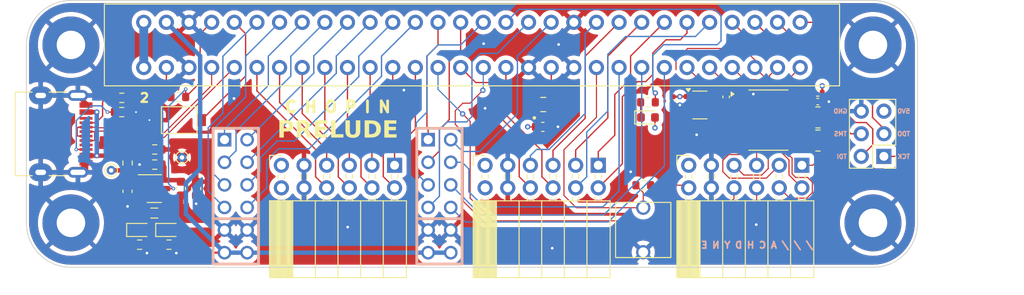
<source format=kicad_pcb>
(kicad_pcb (version 20240108) (generator "pcbnew") (generator_version "8.0")
  (layers (0 "F.Cu" signal) (1 "In1.Cu" signal) (2 "In2.Cu" signal) (31 "B.Cu" signal) (34 "B.Paste" user) (35 "F.Paste" user) (36 "B.SilkS" user "B.Silkscreen") (37 "F.SilkS" user "F.Silkscreen") (38 "B.Mask" user) (39 "F.Mask" user) (44 "Edge.Cuts" user))
  (net 0 "")
  (net 1 "GND")
  (net 2 "/PWR3V3")
  (net 3 "/PWR5V0UF")
  (net 4 "Net-(U4-FB)")
  (net 5 "Net-(D1-K)")
  (net 6 "Net-(D2-K)")
  (net 7 "Net-(D3-K)")
  (net 8 "/PWR5V0")
  (net 10 "Net-(J1-CC2)")
  (net 11 "/PMOD_B1")
  (net 12 "/PMOD_B2")
  (net 13 "/JTAG_TDO")
  (net 14 "/JTAG_TMS")
  (net 15 "/JTAG_TDI")
  (net 16 "/JTAG_TCK")
  (net 17 "/SYS_RST_N")
  (net 18 "/SYS_CLK48")
  (net 19 "/SYS_PG")
  (net 20 "/PWRIO")
  (net 22 "/USBD_DN")
  (net 23 "/USBD_DP")
  (net 24 "/PMOD_A1")
  (net 25 "/PMOD_A2")
  (net 26 "/PMOD_A3")
  (net 27 "/PMOD_A4")
  (net 28 "/PMOD_A7")
  (net 29 "/PMOD_A8")
  (net 30 "/PMOD_A9")
  (net 31 "/PMOD_A10")
  (net 32 "/PMOD_B3")
  (net 33 "/PMOD_B4")
  (net 34 "/PMOD_B7")
  (net 35 "/PMOD_B8")
  (net 36 "/PMOD_B9")
  (net 37 "/PMOD_B10")
  (net 38 "/PMOD_C1")
  (net 39 "/PMOD_C2")
  (net 40 "/PMOD_C3")
  (net 41 "/PMOD_C4")
  (net 42 "/PMOD_C7")
  (net 43 "/PMOD_C8")
  (net 44 "/PMOD_C9")
  (net 45 "/PMOD_C10")
  (net 46 "Net-(J1-CC1)")
  (net 47 "/PMOD_D1")
  (net 48 "/PMOD_D4")
  (net 49 "/PMOD_D10")
  (net 50 "/PMOD_D3")
  (net 51 "/PMOD_D9")
  (net 52 "/PMOD_D2")
  (net 53 "/PMOD_D8")
  (net 54 "/PMOD_D7")
  (net 55 "Net-(U4-SW)")
  (net 56 "/PMOD_E7")
  (net 57 "/LED")
  (net 58 "/PMOD_E2")
  (net 59 "/PMOD_E4")
  (net 60 "/PMOD_E1")
  (net 61 "/PMOD_E3")
  (net 62 "/PMOD_E10")
  (net 63 "/PMOD_E8")
  (net 64 "/PMOD_E9")
  (net 65 "/BTN")
  (net 66 "Net-(U2-EN)")
  (net 67 "/PMOD_E7C")
  (net 68 "/PMOD_E8C")
  (net 69 "/PMOD_E2C")
  (net 70 "/PMOD_E3C")
  (net 71 "/PMOD_E1C")
  (net 72 "/PMOD_E4C")
  (net 77 "/PWR2V5")
  (footprint "Capacitor_SMD:C_0603_1608Metric" (layer "F.Cu") (at 111.35 121.45 -90)
    (property "Reference" "C3" (hide yes))
    (property "Value" "4.7uF")
  )
  (footprint "Package_SO:TSSOP-20_4.4x6.5mm_P0.65mm" (layer "F.Cu") (at 183.2625 113.45)
    (property "Reference" "U2" (hide yes))
    (property "Value" "LSF0108PWR")
  )
  (footprint "Package_TO_SOT_SMD:SOT-23-6" (layer "F.Cu") (at 114.35 121.15)
    (property "Reference" "U4" (hide yes))
    (property "Value" "TLV62568DDC")
  )
  (footprint "Resistor_SMD:R_0603_1608Metric" (layer "F.Cu") (at 110.7 110.95)
    (property "Reference" "R1" (hide yes))
    (property "Value" "5K1")
  )
  (footprint "Inductor_SMD:L_0805_2012Metric" (layer "F.Cu") (at 114.35 123.9)
    (property "Reference" "L1" (hide yes))
    (property "Value" "INDUCTOR")
  )
  (footprint "LED_SMD:LED_0603_1608Metric" (layer "F.Cu") (at 169.75 113.15)
    (property "Reference" "D1" (hide yes))
    (property "Value" "LEDW")
  )
  (footprint "Resistor_SMD:R_0603_1608Metric" (layer "F.Cu") (at 114.4 118.45 180)
    (property "Reference" "R8" (hide yes))
    (property "Value" "44K2")
  )
  (footprint "MountingHole:MountingHole_3.2mm_M3_Pad" (layer "F.Cu") (at 105 125)
    (property "Reference" "H3" (hide yes))
    (property "Value" "MountingHole_Pad")
  )
  (footprint "Capacitor_SMD:C_0402_1005Metric" (layer "F.Cu") (at 188.8 111.375)
    (property "Reference" "C1" (hide yes))
    (property "Value" "100nF")
  )
  (footprint "Resistor_SMD:R_0402_1005Metric" (layer "F.Cu") (at 188.795 110.375)
    (property "Reference" "R9" (hide yes))
    (property "Value" "200K")
  )
  (footprint "MountingHole:MountingHole_3.2mm_M3_Pad" (layer "F.Cu") (at 195 125)
    (property "Reference" "H4" (hide yes))
    (property "Value" "MountingHole_Pad")
  )
  (footprint "LED_SMD:LED_0603_1608Metric" (layer "F.Cu") (at 116 125.8)
    (property "Reference" "D3" (hide yes))
    (property "Value" "LEDG")
  )
  (footprint "LD-SWITCH:Kailh_Mute_6x6mm" (layer "F.Cu") (at 169.22 125.8)
    (property "Reference" "SW2" (hide yes))
    (property "Value" "USERBTN")
  )
  (footprint "Capacitor_SMD:C_0603_1608Metric" (layer "F.Cu") (at 157.95 114.2125)
    (property "Reference" "C9" (hide yes))
    (property "Value" "100nF")
  )
  (footprint "Resistor_SMD:R_0603_1608Metric" (layer "F.Cu") (at 110.7 112.55)
    (property "Reference" "R4" (hide yes))
    (property "Value" "5K1")
  )
  (footprint "Resistor_SMD:R_0603_1608Metric" (layer "F.Cu") (at 169.75 111.45)
    (property "Reference" "R5" (hide yes))
    (property "Value" "1K")
  )
  (footprint "TestPoint:TestPoint_THTPad_D1.0mm_Drill0.5mm" (layer "F.Cu") (at 109.5125 119.1)
    (property "Reference" "TP1" (hide yes))
    (property "Value" "TP_PWR5V0")
  )
  (footprint "Resistor_SMD:R_0603_1608Metric" (layer "F.Cu") (at 116 127.45)
    (property "Reference" "R3" (hide yes))
    (property "Value" "1K")
  )
  (footprint "LD-CRYSTALS:OSC_KC2016Z13.5600C1KX00" (layer "F.Cu") (at 158 111.7 90)
    (property "Reference" "Y1" (hide yes))
    (property "Value" "KC2016Z48")
  )
  (footprint "LD-PMOD:PMOD_2x06_HOST_VERTICAL" (layer "F.Cu") (at 146.35 122 180)
    (property "Reference" "PMOD4" (hide yes))
    (property "Value" "PMOD-Device-x2-Type-1A-GPIO")
  )
  (footprint "Package_TO_SOT_SMD:SOT-23-5" (layer "F.Cu") (at 175.575 111.75)
    (property "Reference" "U3" (hide yes))
    (property "Value" "TLV73325PDBV")
  )
  (footprint "MountingHole:MountingHole_3.2mm_M3_Pad" (layer "F.Cu") (at 195 105)
    (property "Reference" "H2" (hide yes))
    (property "Value" "MountingHole_Pad")
  )
  (footprint "Resistor_SMD:R_0603_1608Metric" (layer "F.Cu") (at 112.7 127.45)
    (property "Reference" "R2" (hide yes))
    (property "Value" "1K")
  )
  (footprint "Resistor_SMD:R_Array_Convex_4x0402" (layer "F.Cu") (at 188.825 115.75 180)
    (property "Reference" "RN2" (hide yes))
    (property "Value" "510R")
  )
  (footprint "MountingHole:MountingHole_3.2mm_M3_Pad" (layer "F.Cu") (at 105 105)
    (property "Reference" "H1" (hide yes))
    (property "Value" "MountingHole_Pad")
  )
  (footprint "Capacitor_SMD:C_0603_1608Metric" (layer "F.Cu") (at 117.35 121.15 90)
    (property "Reference" "C5" (hide yes))
    (property "Value" "10pF")
  )
  (footprint "LD-SWITCH:Button_2P_3x4mm" (layer "F.Cu") (at 117.15 113.45 180)
    (property "Reference" "SW1" (hide yes))
    (property "Value" "RESET")
  )
  (footprint "Capacitor_SMD:C_0603_1608Metric" (layer "F.Cu") (at 119.05 121.15 -90)
    (property "Reference" "C6" (hide yes))
    (property "Value" "10uF")
  )
  (footprint "Resistor_SMD:R_0603_1608Metric" (layer "F.Cu") (at 114.4 116.75 180)
    (property "Reference" "R7" (hide yes))
    (property "Value" "200K")
  )
  (footprint "Capacitor_SMD:C_0402_1005Metric" (layer "F.Cu") (at 172.525 111.3 -90)
    (property "Reference" "C2" (hide yes))
    (property "Value" "1uF")
  )
  (footprint "Capacitor_SMD:C_0402_1005Metric" (layer "F.Cu") (at 178.525 110.85 90)
    (property "Reference" "C4" (hide yes))
    (property "Value" "1uF")
  )
  (footprint "LED_SMD:LED_0603_1608Metric" (layer "F.Cu") (at 112.7375 125.8)
    (property "Reference" "D2" (hide yes))
    (property "Value" "LEDG")
  )
  (footprint "Resistor_SMD:R_0603_1608Metric" (layer "F.Cu") (at 111.35 118.275 90)
    (property "Reference" "FB1" (hide yes))
    (property "Value" "Ferrite_Bead")
  )
  (footprint "Resistor_SMD:R_0603_1608Metric" (layer "F.Cu") (at 117.05 110.85)
    (property "Reference" "R6" (hide yes))
    (property "Value" "1K5")
  )
  (footprint "Resistor_SMD:R_0603_1608Metric" (layer "F.Cu") (at 169.22 120.77)
    (property "Reference" "R10" (hide yes))
    (property "Value" "10K")
  )
  (footprint "LD-PMOD:PMOD_2x06_HOST" (layer "F.Cu") (at 174.325 118.525 90)
    (property "Reference" "PMOD5" (hide yes))
    (property "Value" "PMOD-Device-x2-Type-1A-GPIO")
  )
  (footprint "LD-EDGE:MACHDYNE_EDGE_SOCKET_60P" (layer "F.Cu") (at 150 105 90)
    (property "Reference" "U1" (hide yes))
    (property "Value" "MACHDYNE-MODULE-60P")
  )
  (footprint "LD-PMOD:PMOD_2x06_HOST" (layer "F.Cu") (at 128.615 118.525 90)
    (property "Reference" "PMOD1" (hide yes))
    (property "Value" "PMOD-Device-x2-Type-1A-GPIO")
  )
  (footprint "LD-PMOD:PMOD_2x06_HOST_VERTICAL" (layer "F.Cu") (at 123.5 122 180)
    (property "Reference" "PMOD3" (hide yes))
    (property "Value" "PMOD-Device-x2-Type-1A-GPIO")
  )
  (footprint "LD-CONNECTORS:USB_C_Receptacle_HRO_TYPE-C-31-M-12-BIG-PADS" (layer "F.Cu") (at 102.65 115 -90)
    (property "Reference" "J1" (hide yes))
    (property "Value" "TYPE-C-31-M-12-FIXED")
  )
  (footprint "TestPoint:TestPoint_THTPad_D1.0mm_Drill0.5mm" (layer "F.Cu") (at 117.4625 117.65 180)
    (property "Reference" "TP2" (hide yes))
    (property "Value" "TP_PWR3V3")
  )
  (footprint "Resistor_SMD:R_Array_Convex_4x0402" (layer "F.Cu") (at 188.825 113.15)
    (property "Reference" "RN1" (hide yes))
    (property "Value" "510R")
  )
  (footprint "LD-PMOD:PMOD_2x06_HOST" (layer "F.Cu") (at 151.475 118.525 90)
    (property "Reference" "PMOD2" (hide yes))
    (property "Value" "PMOD-Device-x2-Type-1A-GPIO")
  )
  (footprint "Connector_PinHeader_2.54mm:PinHeader_2x03_P2.54mm_Vertical" (layer "F.Cu") (at 196.225 117.525 180)
    (property "Reference" "J2" (hide yes))
    (property "Value" "JTAG")
  )
  (gr_arc (start 195 100) (mid 198.535534 101.464466) (end 200 105) (stroke (width 0.1)) (layer "Edge.Cuts"))
  (gr_arc (start 105 130) (mid 101.464466 128.535534) (end 100 125) (stroke (width 0.1)) (layer "Edge.Cuts"))
  (gr_arc (start 200 125) (mid 198.535534 128.535534) (end 195 130) (stroke (width 0.1)) (layer "Edge.Cuts"))
  (gr_line (start 195 130) (end 105 130) (stroke (width 0.1)) (layer "Edge.Cuts"))
  (gr_arc (start 100 105) (mid 101.464466 101.464466) (end 105 100) (stroke (width 0.1)) (layer "Edge.Cuts"))
  (gr_line (start 100 125) (end 100 105) (stroke (width 0.1)) (layer "Edge.Cuts"))
  (gr_line (start 200 105) (end 200 125) (stroke (width 0.1)) (layer "Edge.Cuts"))
  (gr_line (start 105 100) (end 195 100) (stroke (width 0.1)) (layer "Edge.Cuts"))
  (gr_text "TCK" (at 198.45 117.55 0) (layer "B.SilkS") (effects (font (size 0.5 0.5) (thickness 0.125)) (justify mirror)))
  (gr_text "/ / / A C H D Y N E" (at 182 127.5 0) (layer "B.SilkS") (effects (font (size 0.75 0.75) (thickness 0.1875)) (justify mirror)))
  (gr_text "TMS" (at 191.35 115 0) (layer "B.SilkS") (effects (font (size 0.5 0.5) (thickness 0.125)) (justify mirror)))
  (gr_text "TDI" (at 191.5 117.55 0) (layer "B.SilkS") (effects (font (size 0.5 0.5) (thickness 0.125)) (justify mirror)))
  (gr_text "TDO" (at 198.45 115 0) (layer "B.SilkS") (effects (font (size 0.5 0.5) (thickness 0.125)) (justify mirror)))
  (gr_text "5V0" (at 198.45 112.45 0) (layer "B.SilkS") (effects (font (size 0.5 0.5) (thickness 0.125)) (justify mirror)))
  (gr_text "GND" (at 191.35 112.45 0) (layer "B.SilkS") (effects (font (size 0.5 0.5) (thickness 0.125)) (justify mirror)))
  (gr_text "C H O P I N" (at 134.94 111.975 0) (layer "F.SilkS") (effects (font (size 1.25 1.25) (thickness 0.3125))))
  (gr_text "2" (at 113.25 110.95 0) (layer "F.SilkS") (effects (font (size 1 1) (thickness 0.25))))
  (gr_text "PRELUDE" (at 134.94 114.625 0) (layer "F.SilkS") (effects (font (size 1.9 1.9) (thickness 0.3125))))
  (segment (start 173.3375 111.75) (end 173.325 111.7625) (width 0.25) (layer "F.Cu") (net 1))
  (segment (start 158.9 112.3) (end 158.9 114.0375) (width 0.15) (layer "F.Cu") (net 1))
  (segment (start 172.525 111.78) (end 173.3075 111.78) (width 0.25) (layer "F.Cu") (net 1))
  (segment (start 173.3075 111.78) (end 173.325 111.7625) (width 0.25) (layer "F.Cu") (net 1))
  (segment (start 106.695 111.75) (end 106.695 111.595) (width 0.5) (layer "F.Cu") (net 1))
  (segment (start 114.65 113.45) (end 113.8 113.45) (width 0.15) (layer "F.Cu") (net 1))
  (segment (start 111.525 112.55) (end 112.3 112.55) (width 0.15) (layer "F.Cu") (net 1))
  (segment (start 158.725 114.2125) (end 159.6375 114.2125) (width 0.15) (layer "F.Cu") (net 1))
  (segment (start 178.68 110.525) (end 178.525 110.37) (width 0.25) (layer "F.Cu") (net 1))
  (segment (start 158.9 114.0375) (end 158.725 114.2125) (width 0.15) (layer "F.Cu") (net 1))
  (segment (start 113.575 118.45) (end 112.7 118.45) (width 0.5) (layer "F.Cu") (net 1))
  (segment (start 111.35 122.225) (end 111.35 123.15) (width 0.5) (layer "F.Cu") (net 1))
  (segment (start 179.1 110.525) (end 180.4 110.525) (width 0.25) (layer "F.Cu") (net 1))
  (segment (start 178.525 110.37) (end 178.945 110.37) (width 0.25) (layer "F.Cu") (net 1))
  (segment (start 174.4375 111.75) (end 173.3375 111.75) (width 0.25) (layer "F.Cu") (net 1))
  (segment (start 106.695 118.25) (end 106.695 118.405) (width 0.5) (layer "F.Cu") (net 1))
  (segment (start 112.425 121.15) (end 111.35 122.225) (width 0.5) (layer "F.Cu") (net 1))
  (segment (start 180.4 110.525) (end 181.575 110.525) (width 0.25) (layer "F.Cu") (net 1))
  (segment (start 119.05 121.925) (end 119.05 122.85) (width 0.5) (layer "F.Cu") (net 1))
  (segment (start 111.525 110.95) (end 111.525 112.55) (width 0.15) (layer "F.Cu") (net 1))
  (segment (start 113.2125 121.15) (end 112.425 121.15) (width 0.5) (layer "F.Cu") (net 1))
  (segment (start 116.825 127.45) (end 116.825 128.4) (width 0.25) (layer "F.Cu") (net 1))
  (segment (start 189.28 111.375) (end 190.05 111.375) (width 0.25) (layer "F.Cu") (net 1))
  (segment (start 106.695 111.595) (end 105.78 110.68) (width 0.5) (layer "F.Cu") (net 1))
  (segment (start 106.695 118.405) (end 105.78 119.32) (width 0.5) (layer "F.Cu") (net 1))
  (segment (start 178.945 110.37) (end 179.1 110.525) (width 0.25) (layer "F.Cu") (net 1))
  (segment (start 113.525 127.45) (end 113.525 128.4) (width 0.25) (layer "F.Cu") (net 1))
  (segment (start 159.6375 114.2125) (end 159.65 114.2) (width 0.15) (layer "F.Cu") (net 1))
  (via (at 159.725 104.95) (size 0.6) (drill 0.3) (layers "F.Cu" "B.Cu") (net 1))
  (via (at 116.825 128.4) (size 0.6) (drill 0.3) (layers "F.Cu" "B.Cu") (net 1))
  (via (at 159.01 127.85) (size 0.6) (drill 0.3) (layers "F.Cu" "B.Cu") (net 1))
  (via (at 111.35 123.15) (size 0.6) (drill 0.3) (layers "F.Cu" "B.Cu") (net 1))
  (via (at 181.575 110.525) (size 0.6) (drill 0.3) (layers "F.Cu" "B.Cu") (net 1))
  (via (at 119.05 122.85) (size 0.6) (drill 0.3) (layers "F.Cu" "B.Cu") (net 1))
  (via (at 175.21 115.1) (size 0.6) (drill 0.3) (layers "F.Cu" "B.Cu") (net 1))
  (via (at 113.525 128.4) (size 0.6) (drill 0.3) (layers "F.Cu" "B.Cu") (net 1))
  (via (at 113.8 113.45) (size 0.4) (drill 0.2) (layers "F.Cu" "B.Cu") (net 1))
  (via (at 151.475 112.125) (size 0.6) (drill 0.3) (layers "F.Cu" "B.Cu") (net 1))
  (via (at 159.65 114.2) (size 0.6) (drill 0.3) (layers "F.Cu" "B.Cu") (net 1))
  (via (at 173.325 111.7625) (size 0.6) (drill 0.3) (layers "F.Cu" "B.Cu") (net 1))
  (via (at 112.7 118.45) (size 0.6) (drill 0.3) (layers "F.Cu" "B.Cu") (net 1))
  (via (at 123.29 111.02) (size 0.6) (drill 0.3) (layers "F.Cu" "B.Cu") (net 1))
  (via (at 181.9 125.2) (size 0.6) (drill 0.3) (layers "F.Cu" "B.Cu") (net 1))
  (via (at 142.36 110.08) (size 0.6) (drill 0.3) (layers "F.Cu" "B.Cu") (net 1))
  (via (at 112.3 112.55) (size 0.4) (drill 0.2) (layers "F.Cu" "B.Cu") (net 1))
  (via (at 190.05 111.375) (size 0.6) (drill 0.3) (layers "F.Cu" "B.Cu") (net 1))
  (via (at 167.81 119.26) (size 0.6) (drill 0.3) (layers "F.Cu" "B.Cu") (net 1))
  (via (at 151.31 104.86) (size 0.6) (drill 0.3) (layers "F.Cu" "B.Cu") (net 1))
  (via (at 136.05 125.475) (size 0.6) (drill 0.3) (layers "F.Cu" "B.Cu") (net 1))
  (segment (start 189.325 113.525) (end 189.325 113.025) (width 0.15) (layer "F.Cu") (net 2))
  (segment (start 170.5375 113.15) (end 170.5375 114.325) (width 0.15) (layer "F.Cu") (net 2))
  (segment (start 175.575 112.25) (end 175.125 112.7) (width 0.25) (layer "F.Cu") (net 2))
  (segment (start 115.71 110.335) (end 115.71 107.54) (width 0.15) (layer "F.Cu") (net 2))
  (segment (start 157.1 114.1375) (end 157.1 112.3) (width 0.15) (layer "F.Cu") (net 2))
  (segment (start 189.325 112.4) (end 189.275 112.4) (width 0.15) (layer "F.Cu") (net 2))
  (segment (start 116.225 110.85) (end 115.71 110.335) (width 0.15) (layer "F.Cu") (net 2))
  (segment (start 156.2625 114.2125) (end 156.25 114.2) (width 0.15) (layer "F.Cu") (net 2))
  (segment (start 189.325 113.025) (end 189.325 112.525) (width 0.15) (layer "F.Cu") (net 2))
  (segment (start 175.125 112.7) (end 174.4375 112.7) (width 0.25) (layer "F.Cu") (net 2))
  (segment (start 157.175 114.2125) (end 156.2625 114.2125) (width 0.15) (layer "F.Cu") (net 2))
  (segment (start 117.35 121.925) (end 117.5 121.925) (width 0.5) (layer "F.Cu") (net 2))
  (segment (start 189.325 116.125) (end 189.325 115.625) (width 0.15) (layer "F.Cu") (net 2))
  (segment (start 116.5625 116.75) (end 117.4625 117.65) (width 0.5) (layer "F.Cu") (net 2))
  (segment (start 174.03 120.77) (end 174.325 121.065) (width 0.125) (layer "F.Cu") (net 2))
  (segment (start 175.175 110.8) (end 175.575 111.2) (width 0.25) (layer "F.Cu") (net 2))
  (segment (start 189.325 116) (end 189.325 116.5) (width 0.15) (layer "F.Cu") (net 2))
  (segment (start 189.305 109.6) (end 189.305 110.375) (width 0.25) (layer "F.Cu") (net 2))
  (segment (start 170.045 120.77) (end 174.03 120.77) (width 0.125) (layer "F.Cu") (net 2))
  (segment (start 189.275 112.4) (end 188.8 111.925) (width 0.15) (layer "F.Cu") (net 2))
  (segment (start 174.4375 110.8) (end 173.3375 110.8) (width 0.25) (layer "F.Cu") (net 2))
  (segment (start 189.325 116.125) (end 189.325 115.125) (width 0.15) (layer "F.Cu") (net 2))
  (segment (start 117.5 121.925) (end 119.05 120.375) (width 0.5) (layer "F.Cu") (net 2))
  (segment (start 157.175 114.2125) (end 157.1 114.1375) (width 0.15) (layer "F.Cu") (net 2))
  (segment (start 174.4375 110.8) (end 175.175 110.8) (width 0.25) (layer "F.Cu") (net 2))
  (segment (start 113.525 125.8) (end 113.525 125.7875) (width 0.25) (layer "F.Cu") (net 2))
  (segment (start 115.225 116.75) (end 116.5625 116.75) (width 0.5) (layer "F.Cu") (net 2))
  (segment (start 157.1 111.1) (end 157.1 112.3) (width 0.15) (layer "F.Cu") (net 2))
  (segment (start 113.525 125.7875) (end 115.4125 123.9) (width 0.25) (layer "F.Cu") (net 2))
  (segment (start 173.3175 110.82) (end 173.325 110.8125) (width 0.25) (layer "F.Cu") (net 2))
  (segment (start 189.325 114.625) (end 189.325 113.525) (width 0.15) (layer "F.Cu") (net 2))
  (segment (start 189.325 115.125) (end 189.325 114.625) (width 0.15) (layer "F.Cu") (net 2))
  (segment (start 175.575 111.2) (end 175.575 112.25) (width 0.25) (layer "F.Cu") (net 2))
  (segment (start 173.3375 110.8) (end 173.325 110.8125) (width 0.25) (layer "F.Cu") (net 2))
  (segment (start 188.8 110.88) (end 189.305 110.375) (width 0.15) (layer "F.Cu") (net 2))
  (segment (start 172.525 110.82) (end 173.3175 110.82) (width 0.25) (layer "F.Cu") (net 2))
  (segment (start 188.8 111.925) (end 188.8 110.88) (width 0.15) (layer "F.Cu") (net 2))
  (via (at 173.325 110.8125) (size 0.6) (drill 0.3) (layers "F.Cu" "B.Cu") (net 2))
  (via (at 189.305 109.6) (size 0.6) (drill 0.3) (layers "F.Cu" "B.Cu") (net 2))
  (via (at 156.25 114.2) (size 0.6) (drill 0.3) (layers "F.Cu" "B.Cu") (net 2))
  (via (at 170.5375 114.325) (size 0.6) (drill 0.3) (layers "F.Cu" "B.Cu") (net 2))
  (segment (start 106.695 117.45) (end 111.35 117.45) (width 0.5) (layer "F.Cu") (net 3))
  (segment (start 106.695 112.55) (end 107.9 112.55) (width 0.5) (layer "F.Cu") (net 3))
  (via (at 107.9 112.55) (size 0.6) (drill 0.3) (layers "F.Cu" "B.Cu") (net 3))
  (via (at 107.9 117.45) (size 0.6) (drill 0.3) (layers "F.Cu" "B.Cu") (net 3))
  (segment (start 107.9 112.55) (end 107.9 117.45) (width 0.5) (layer "B.Cu") (net 3))
  (segment (start 115.4875 120.2) (end 115.4875 118.7125) (width 0.5) (layer "F.Cu") (net 4))
  (segment (start 113.575 116.8) (end 115.225 118.45) (width 0.5) (layer "F.Cu") (net 4))
  (segment (start 113.575 116.75) (end 113.575 116.8) (width 0.5) (layer "F.Cu") (net 4))
  (segment (start 115.4875 118.7125) (end 115.225 118.45) (width 0.5) (layer "F.Cu") (net 4))
  (segment (start 115.4875 120.2) (end 117.175 120.2) (width 0.5) (layer "F.Cu") (net 4))
  (segment (start 117.175 120.2) (end 117.35 120.375) (width 0.5) (layer "F.Cu") (net 4))
  (segment (start 168.925 113.1125) (end 168.9625 113.15) (width 0.15) (layer "F.Cu") (net 5))
  (segment (start 168.925 111.45) (end 168.925 113.1125) (width 0.15) (layer "F.Cu") (net 5))
  (segment (start 111.95 125.8) (end 111.95 127.375) (width 0.25) (layer "F.Cu") (net 6))
  (segment (start 111.95 127.375) (end 111.875 127.45) (width 0.25) (layer "F.Cu") (net 6))
  (segment (start 115.2125 127.4125) (end 115.175 127.45) (width 0.25) (layer "F.Cu") (net 7))
  (segment (start 115.2125 125.8) (end 115.2125 127.4125) (width 0.25) (layer "F.Cu") (net 7))
  (segment (start 114.35 120.5) (end 114.05 120.2) (width 0.5) (layer "F.Cu") (net 8))
  (segment (start 114.35 121.85) (end 114.35 120.5) (width 0.5) (layer "F.Cu") (net 8))
  (segment (start 112.45 120.2) (end 113.2125 120.2) (width 0.5) (layer "F.Cu") (net 8))
  (segment (start 115.4875 122.1) (end 114.6 122.1) (width 0.5) (layer "F.Cu") (net 8))
  (segment (start 111.35 119.1) (end 111.35 120.675) (width 0.5) (layer "F.Cu") (net 8))
  (segment (start 109.5125 119.1) (end 111.35 119.1) (width 0.5) (layer "F.Cu") (net 8))
  (segment (start 111.975 120.675) (end 112.45 120.2) (width 0.5) (layer "F.Cu") (net 8))
  (segment (start 111.35 120.675) (end 111.975 120.675) (width 0.5) (layer "F.Cu") (net 8))
  (segment (start 114.6 122.1) (end 114.35 121.85) (width 0.5) (layer "F.Cu") (net 8))
  (segment (start 114.05 120.2) (end 113.2125 120.2) (width 0.5) (layer "F.Cu") (net 8))
  (segment (start 113.17 102.46) (end 113.17 107.54) (width 1) (layer "B.Cu") (net 8))
  (segment (start 106.695 116.75) (end 105.6 116.75) (width 0.15) (layer "F.Cu") (net 10))
  (segment (start 109.875 112.55) (end 109.1 112.55) (width 0.15) (layer "F.Cu") (net 10))
  (via (at 109.1 112.55) (size 0.4) (drill 0.2) (layers "F.Cu" "B.Cu") (net 10))
  (via (at 105.6 116.75) (size 0.4) (drill 0.2) (layers "F.Cu" "B.Cu") (net 10))
  (segment (start 108.4 111.85) (end 109.1 112.55) (width 0.15) (layer "B.Cu") (net 10))
  (segment (start 105.6 116.75) (end 105.6 113.5) (width 0.15) (layer "B.Cu") (net 10))
  (segment (start 105.6 113.5) (end 107.25 111.85) (width 0.15) (layer "B.Cu") (net 10))
  (segment (start 107.25 111.85) (end 108.4 111.85) (width 0.15) (layer "B.Cu") (net 10))
  (segment (start 167.8 106.25) (end 167.8 108.8) (width 0.15) (layer "F.Cu") (net 11))
  (segment (start 164.175 117) (end 164.175 118.525) (width 0.15) (layer "F.Cu") (net 11))
  (segment (start 166.025 115.15) (end 164.175 117) (width 0.15) (layer "F.Cu") (net 11))
  (segment (start 171.59 102.46) (end 167.8 106.25) (width 0.15) (layer "F.Cu") (net 11))
  (segment (start 166.025 110.575) (end 166.025 115.15) (width 0.15) (layer "F.Cu") (net 11))
  (segment (start 167.8 108.8) (end 166.025 110.575) (width 0.15) (layer "F.Cu") (net 11))
  (segment (start 165.25 106.26) (end 165.25 113.2) (width 0.15) (layer "F.Cu") (net 12))
  (segment (start 165.25 113.2) (end 161.635 116.815) (width 0.15) (layer "F.Cu") (net 12))
  (segment (start 169.05 102.46) (end 165.25 106.26) (width 0.15) (layer "F.Cu") (net 12))
  (segment (start 161.635 116.815) (end 161.635 118.525) (width 0.15) (layer "F.Cu") (net 12))
  (segment (start 196.225 114.425) (end 196.225 114.985) (width 0.15) (layer "F.Cu") (net 13))
  (segment (start 194.95 111.025) (end 194.95 113.15) (width 0.15) (layer "F.Cu") (net 13))
  (segment (start 192.75 109.875) (end 193.8 109.875) (width 0.15) (layer "F.Cu") (net 13))
  (segment (start 185.855 104.025) (end 189.125 104.025) (width 0.15) (layer "F.Cu") (net 13))
  (segment (start 194.95 113.15) (end 196.225 114.425) (width 0.15) (layer "F.Cu") (net 13))
  (segment (start 190.025 107.15) (end 192.75 109.875) (width 0.15) (layer "F.Cu") (net 13))
  (segment (start 189.125 104.025) (end 190.025 104.925) (width 0.15) (layer "F.Cu") (net 13))
  (segment (start 184.29 102.46) (end 185.855 104.025) (width 0.15) (layer "F.Cu") (net 13))
  (segment (start 193.8 109.875) (end 194.95 111.025) (width 0.15) (layer "F.Cu") (net 13))
  (segment (start 190.025 104.925) (end 190.025 107.15) (width 0.15) (layer "F.Cu") (net 13))
  (segment (start 191.675 114.15) (end 191.675 110.4) (width 0.15) (layer "F.Cu") (net 14))
  (segment (start 187.75 105.8) (end 182.55 105.8) (width 0.15) (layer "F.Cu") (net 14))
  (segment (start 193.685 114.985) (end 192.51 114.985) (width 0.15) (layer "F.Cu") (net 14))
  (segment (start 191.675 110.4) (end 188.325 107.05) (width 0.15) (layer "F.Cu") (net 14))
  (segment (start 192.51 114.985) (end 191.675 114.15) (width 0.15) (layer "F.Cu") (net 14))
  (segment (start 182.55 105.8) (end 179.21 102.46) (width 0.15) (layer "F.Cu") (net 14))
  (segment (start 188.325 106.375) (end 187.75 105.8) (width 0.15) (layer "F.Cu") (net 14))
  (segment (start 188.325 107.05) (end 188.325 106.375) (width 0.15) (layer "F.Cu") (net 14))
  (segment (start 193.05 113.725) (end 194.25 113.725) (width 0.15) (layer "F.Cu") (net 15))
  (segment (start 184.04 104.75) (end 188.325 104.75) (width 0.15) (layer "F.Cu") (net 15))
  (segment (start 189.175 105.6) (end 189.175 107.15) (width 0.15) (layer "F.Cu") (net 15))
  (segment (start 188.325 104.75) (end 189.175 105.6) (width 0.15) (layer "F.Cu") (net 15))
  (segment (start 192.325 110.3) (end 192.325 113) (width 0.15) (layer "F.Cu") (net 15))
  (segment (start 192.325 113) (end 193.05 113.725) (width 0.15) (layer "F.Cu") (net 15))
  (segment (start 194.975 116.235) (end 193.685 117.525) (width 0.15) (layer "F.Cu") (net 15))
  (segment (start 194.975 114.45) (end 194.975 116.235) (width 0.15) (layer "F.Cu") (net 15))
  (segment (start 189.175 107.15) (end 192.325 110.3) (width 0.15) (layer "F.Cu") (net 15))
  (segment (start 194.25 113.725) (end 194.975 114.45) (width 0.15) (layer "F.Cu") (net 15))
  (segment (start 181.75 102.46) (end 184.04 104.75) (width 0.15) (layer "F.Cu") (net 15))
  (segment (start 186.83 102.46) (end 189.335 102.46) (width 0.15) (layer "F.Cu") (net 16))
  (segment (start 197.65 117.525) (end 196.225 117.525) (width 0.15) (layer "F.Cu") (net 16))
  (segment (start 190.7 103.825) (end 190.7 106.95) (width 0.15) (layer "F.Cu") (net 16))
  (segment (start 192.975 109.225) (end 197.05 109.225) (width 0.15) (layer "F.Cu") (net 16))
  (segment (start 189.335 102.46) (end 190.7 103.825) (width 0.15) (layer "F.Cu") (net 16))
  (segment (start 197.05 109.225) (end 198.15 110.325) (width 0.15) (layer "F.Cu") (net 16))
  (segment (start 190.7 106.95) (end 192.975 109.225) (width 0.15) (layer "F.Cu") (net 16))
  (segment (start 198.15 117.025) (end 197.65 117.525) (width 0.15) (layer "F.Cu") (net 16))
  (segment (start 198.15 110.325) (end 198.15 117.025) (width 0.15) (layer "F.Cu") (net 16))
  (segment (start 124.6 103.73) (end 123.33 102.46) (width 0.15) (layer "F.Cu") (net 17))
  (segment (start 119.65 113.45) (end 124.6 108.5) (width 0.15) (layer "F.Cu") (net 17))
  (segment (start 124.6 108.5) (end 124.6 103.73) (width 0.15) (layer "F.Cu") (net 17))
  (segment (start 158.9 111.1) (end 158.9 107.55) (width 0.15) (layer "F.Cu") (net 18))
  (segment (start 158.9 107.55) (end 158.89 107.54) (width 0.15) (layer "F.Cu") (net 18))
  (segment (start 115.4875 121.15) (end 116.5 121.15) (width 0.15) (layer "F.Cu") (net 19))
  (segment (start 119.5 103.75) (end 119.5 109.225) (width 0.15) (layer "F.Cu") (net 19))
  (segment (start 119.5 109.225) (end 117.875 110.85) (width 0.15) (layer "F.Cu") (net 19))
  (segment (start 117.875 110.85) (end 117.875 109.975) (width 0.15) (layer "F.Cu") (net 19))
  (segment (start 120.79 102.46) (end 119.5 103.75) (width 0.15) (layer "F.Cu") (net 19))
  (via (at 117.875 109.975) (size 0.4) (drill 0.2) (layers "F.Cu" "B.Cu") (net 19))
  (via (at 116.5 121.15) (size 0.4) (drill 0.2) (layers "F.Cu" "B.Cu") (net 19))
  (segment (start 116.5 121.15) (end 115.95 120.6) (width 0.15) (layer "B.Cu") (net 19))
  (segment (start 115.95 120.6) (end 115.95 111.9) (width 0.15) (layer "B.Cu") (net 19))
  (segment (start 115.95 111.9) (end 117.875 109.975) (width 0.15) (layer "B.Cu") (net 19))
  (segment (start 122.23 128.35) (end 119.3375 128.35) (width 0.25) (layer "F.Cu") (net 20))
  (segment (start 119.3375 128.35) (end 116.7875 125.8) (width 0.25) (layer "F.Cu") (net 20))
  (segment (start 115.71 102.46) (end 119.5 106.25) (width 0.5) (layer "B.Cu") (net 20))
  (segment (start 117.9 120.525) (end 117.9 124.02) (width 0.5) (layer "B.Cu") (net 20))
  (segment (start 124.77 128.35) (end 145.08 128.35) (width 0.5) (layer "B.Cu") (net 20))
  (segment (start 122.23 128.35) (end 124.77 128.35) (width 0.5) (layer "B.Cu") (net 20))
  (segment (start 117.9 124.02) (end 122.23 128.35) (width 0.5) (layer "B.Cu") (net 20))
  (segment (start 145.08 128.35) (end 147.62 128.35) (width 0.5) (layer "B.Cu") (net 20))
  (segment (start 119.5 118.925) (end 117.9 120.525) (width 0.5) (layer "B.Cu") (net 20))
  (segment (start 119.5 106.25) (end 119.5 118.925) (width 0.5) (layer "B.Cu") (net 20))
  (segment (start 106.695 114.25) (end 105.8 114.25) (width 0.15) (layer "F.Cu") (net 22))
  (segment (start 115.327169 115.0125) (end 120.79 109.549669) (width 0.125) (layer "F.Cu") (net 22))
  (segment (start 111.177666 114.3125) (end 111.877666 115.0125) (width 0.125) (layer "F.Cu") (net 22))
  (segment (start 105.8 115.25) (end 106.695 115.25) (width 0.15) (layer "F.Cu") (net 22))
  (segment (start 107.782501 114.25) (end 107.845001 114.3125) (width 0.125) (layer "F.Cu") (net 22))
  (segment (start 106.695 114.25) (end 107.782501 114.25) (width 0.125) (layer "F.Cu") (net 22))
  (segment (start 105.7 114.35) (end 105.7 115.15) (width 0.15) (layer "F.Cu") (net 22))
  (segment (start 120.79 109.549669) (end 120.79 107.54) (width 0.125) (layer "F.Cu") (net 22))
  (segment (start 107.845001 114.3125) (end 111.177666 114.3125) (width 0.125) (layer "F.Cu") (net 22))
  (segment (start 105.7 115.15) (end 105.8 115.25) (width 0.15) (layer "F.Cu") (net 22))
  (segment (start 105.8 114.25) (end 105.7 114.35) (width 0.15) (layer "F.Cu") (net 22))
  (segment (start 111.877666 115.0125) (end 115.327169 115.0125) (width 0.125) (layer "F.Cu") (net 22))
  (segment (start 106.695 114.75) (end 107.545 114.75) (width 0.125) (layer "F.Cu") (net 23))
  (segment (start 107.845001 114.6875) (end 111.022334 114.6875) (width 0.125) (layer "F.Cu") (net 23))
  (segment (start 106.695 114.75) (end 107.782501 114.75) (width 0.125) (layer "F.Cu") (net 23))
  (segment (start 111.722334 115.3875) (end 115.4825 115.3875) (width 0.125) (layer "F.Cu") (net 23))
  (segment (start 107.545 114.75) (end 107.65 114.855) (width 0.125) (layer "F.Cu") (net 23))
  (segment (start 107.65 115.65) (end 107.55 115.75) (width 0.125) (layer "F.Cu") (net 23))
  (segment (start 107.55 115.75) (end 106.695 115.75) (width 0.125) (layer "F.Cu") (net 23))
  (segment (start 111.022334 114.6875) (end 111.722334 115.3875) (width 0.125) (layer "F.Cu") (net 23))
  (segment (start 115.4825 115.3875) (end 123.33 107.54) (width 0.125) (layer "F.Cu") (net 23))
  (segment (start 107.65 114.855) (end 107.65 115.65) (width 0.125) (layer "F.Cu") (net 23))
  (segment (start 107.782501 114.75) (end 107.845001 114.6875) (width 0.125) (layer "F.Cu") (net 23))
  (segment (start 143.65 114.45) (end 141.315 116.785) (width 0.15) (layer "F.Cu") (net 24))
  (segment (start 143.65 107.54) (end 143.65 114.45) (width 0.15) (layer "F.Cu") (net 24))
  (segment (start 141.315 116.785) (end 141.315 118.525) (width 0.15) (layer "F.Cu") (net 24))
  (segment (start 138.775 116.725) (end 138.775 118.525) (width 0.15) (layer "F.Cu") (net 25))
  (segment (start 138.57 116.52) (end 138.775 116.725) (width 0.15) (layer "F.Cu") (net 25))
  (segment (start 138.57 107.54) (end 138.57 116.52) (width 0.15) (layer "F.Cu") (net 25))
  (segment (start 133.49 107.54) (end 133.49 113.99) (width 0.15) (layer "F.Cu") (net 26))
  (segment (start 133.49 113.99) (end 136.235 116.735) (width 0.15) (layer "F.Cu") (net 26))
  (segment (start 136.235 116.735) (end 136.235 118.525) (width 0.15) (layer "F.Cu") (net 26))
  (segment (start 133.695 116.755) (end 133.695 118.525) (width 0.15) (layer "F.Cu") (net 27))
  (segment (start 128.41 111.46) (end 133.7 116.75) (width 0.15) (layer "F.Cu") (net 27))
  (segment (start 128.41 107.54) (end 128.41 111.46) (width 0.15) (layer "F.Cu") (net 27))
  (segment (start 133.7 116.75) (end 133.695 116.755) (width 0.15) (layer "F.Cu") (net 27))
  (segment (start 141.11 107.54) (end 141.11 115.74) (width 0.15) (layer "F.Cu") (net 28))
  (segment (start 140.05 119.8) (end 141.315 121.065) (width 0.15) (layer "F.Cu") (net 28))
  (segment (start 141.11 115.74) (end 140.05 116.8) (width 0.15) (layer "F.Cu") (net 28))
  (segment (start 140.05 116.8) (end 140.05 119.8) (width 0.15) (layer "F.Cu") (net 28))
  (segment (start 136.03 115.28) (end 137.55 116.8) (width 0.15) (layer "F.Cu") (net 29))
  (segment (start 137.55 116.8) (end 137.55 119.84) (width 0.15) (layer "F.Cu") (net 29))
  (segment (start 137.55 119.84) (end 138.775 121.065) (width 0.15) (layer "F.Cu") (net 29))
  (segment (start 136.03 107.54) (end 136.03 115.28) (width 0.15) (layer "F.Cu") (net 29))
  (segment (start 135 119.83) (end 136.235 121.065) (width 0.15) (layer "F.Cu") (net 30))
  (segment (start 130.95 112.7) (end 135 116.75) (width 0.15) (layer "F.Cu") (net 30))
  (segment (start 130.95 107.54) (end 130.95 112.7) (width 0.15) (layer "F.Cu") (net 30))
  (segment (start 135 116.75) (end 135 119.83) (width 0.15) (layer "F.Cu") (net 30))
  (segment (start 125.87 107.54) (end 125.87 110.17) (width 0.15) (layer "F.Cu") (net 31))
  (segment (start 125.87 110.17) (end 132.45 116.75) (width 0.15) (layer "F.Cu") (net 31))
  (segment (start 132.45 116.75) (end 132.45 119.82) (width 0.15) (layer "F.Cu") (net 31))
  (segment (start 132.45 119.82) (end 133.695 121.065) (width 0.15) (layer "F.Cu") (net 31))
  (segment (start 166.51 102.46) (end 162.7 106.27) (width 0.15) (layer "F.Cu") (net 32))
  (segment (start 162.7 113.25) (end 159.095 116.855) (width 0.15) (layer "F.Cu") (net 32))
  (segment (start 159.095 116.855) (end 159.095 118.525) (width 0.15) (layer "F.Cu") (net 32))
  (segment (start 162.7 106.27) (end 162.7 113.25) (width 0.15) (layer "F.Cu") (net 32))
  (segment (start 158.65 116.75) (end 157.25 116.75) (width 0.15) (layer "B.Cu") (net 33))
  (segment (start 162.7 103.73) (end 162.7 112.7) (width 0.15) (layer "B.Cu") (net 33))
  (segment (start 162.7 112.7) (end 158.65 116.75) (width 0.15) (layer "B.Cu") (net 33))
  (segment (start 163.97 102.46) (end 162.7 103.73) (width 0.15) (layer "B.Cu") (net 33))
  (segment (start 157.25 116.75) (end 156.555 117.445) (width 0.15) (layer "B.Cu") (net 33))
  (segment (start 156.555 117.445) (end 156.555 118.525) (width 0.15) (layer "B.Cu") (net 33))
  (segment (start 171.775 104.425) (end 173.375 104.425) (width 0.15) (layer "F.Cu") (net 34))
  (segment (start 174.13 103.67) (end 174.13 102.46) (width 0.15) (layer "F.Cu") (net 34))
  (segment (start 169.5 109.125) (end 170.3 108.325) (width 0.15) (layer "F.Cu") (net 34))
  (segment (start 170.3 108.325) (end 170.3 105.9) (width 0.15) (layer "F.Cu") (net 34))
  (segment (start 166.875 118.365) (end 166.875 110.825) (width 0.15) (layer "F.Cu") (net 34))
  (segment (start 166.875 110.825) (end 168.575 109.125) (width 0.15) (layer "F.Cu") (net 34))
  (segment (start 168.575 109.125) (end 169.5 109.125) (width 0.15) (layer "F.Cu") (net 34))
  (segment (start 170.3 105.9) (end 171.775 104.425) (width 0.15) (layer "F.Cu") (net 34))
  (segment (start 164.175 121.065) (end 166.875 118.365) (width 0.15) (layer "F.Cu") (net 34))
  (segment (start 173.375 104.425) (end 174.13 103.67) (width 0.15) (layer "F.Cu") (net 34))
  (segment (start 162.875 114.8) (end 165.25 112.425) (width 0.15) (layer "B.Cu") (net 35))
  (segment (start 162.875 119.825) (end 162.875 114.8) (width 0.15) (layer "B.Cu") (net 35))
  (segment (start 175.08 104.05) (end 176.67 102.46) (width 0.15) (layer "B.Cu") (net 35))
  (segment (start 167.25 104.05) (end 175.08 104.05) (width 0.15) (layer "B.Cu") (net 35))
  (segment (start 165.25 112.425) (end 165.25 106.05) (width 0.15) (layer "B.Cu") (net 35))
  (segment (start 165.25 106.05) (end 167.25 104.05) (width 0.15) (layer "B.Cu") (net 35))
  (segment (start 161.635 121.065) (end 162.875 119.825) (width 0.15) (layer "B.Cu") (net 35))
  (segment (start 153.81 112.86) (end 157.85 116.9) (width 0.15) (layer "F.Cu") (net 36))
  (segment (start 153.81 107.54) (end 153.81 112.86) (width 0.15) (layer "F.Cu") (net 36))
  (segment (start 157.85 119.82) (end 159.095 121.065) (width 0.15) (layer "F.Cu") (net 36))
  (segment (start 157.85 116.9) (end 157.85 119.82) (width 0.15) (layer "F.Cu") (net 36))
  (segment (start 153.075 113.05) (end 155.3 115.275) (width 0.15) (layer "F.Cu") (net 37))
  (segment (start 150.415 109.225) (end 151.9 109.225) (width 0.15) (layer "F.Cu") (net 37))
  (segment (start 155.3 115.275) (end 155.3 119.81) (width 0.15) (layer "F.Cu") (net 37))
  (segment (start 155.3 119.81) (end 156.555 121.065) (width 0.15) (layer "F.Cu") (net 37))
  (segment (start 151.9 109.225) (end 153.075 110.4) (width 0.15) (layer "F.Cu") (net 37))
  (segment (start 153.075 110.4) (end 153.075 113.05) (width 0.15) (layer "F.Cu") (net 37))
  (segment (start 148.73 107.54) (end 150.415 109.225) (width 0.15) (layer "F.Cu") (net 37))
  (segment (start 127.15 106.26) (end 127.15 109.55) (width 0.15) (layer "B.Cu") (net 38))
  (segment (start 122.23 114.47) (end 122.23 115.65) (width 0.15) (layer "B.Cu") (net 38))
  (segment (start 130.95 102.46) (end 127.15 106.26) (width 0.15) (layer "B.Cu") (net 38))
  (segment (start 127.15 109.55) (end 122.23 114.47) (width 0.15) (layer "B.Cu") (net 38))
  (segment (start 129.675 106.275) (end 129.675 108.5) (width 0.15) (layer "B.Cu") (net 39))
  (segment (start 129.675 108.5) (end 123.525 114.65) (width 0.15) (layer "B.Cu") (net 39))
  (segment (start 123.525 114.65) (end 123.525 116.895) (width 0.15) (layer "B.Cu") (net 39))
  (segment (start 123.525 116.895) (end 122.23 118.19) (width 0.15) (layer "B.Cu") (net 39))
  (segment (start 133.49 102.46) (end 129.675 106.275) (width 0.15) (layer "B.Cu") (net 39))
  (segment (start 128.41 102.46) (end 124.6 106.27) (width 0.15) (layer "B.Cu") (net 40))
  (segment (start 124.6 106.27) (end 124.6 110.85) (width 0.15) (layer "B.Cu") (net 40))
  (segment (start 120.975 114.475) (end 120.975 119.475) (width 0.15) (layer "B.Cu") (net 40))
  (segment (start 120.975 119.475) (end 122.23 120.73) (width 0.15) (layer "B.Cu") (net 40))
  (segment (start 124.6 110.85) (end 120.975 114.475) (width 0.15) (layer "B.Cu") (net 40))
  (segment (start 122.05 112.65) (end 120.4 114.3) (width 0.15) (layer "B.Cu") (net 41))
  (segment (start 122.05 106.28) (end 122.05 112.65) (width 0.15) (layer "B.Cu") (net 41))
  (segment (start 125.87 102.46) (end 122.05 106.28) (width 0.15) (layer "B.Cu") (net 41))
  (segment (start 120.4 121.44) (end 122.23 123.27) (width 0.15) (layer "B.Cu") (net 41))
  (segment (start 120.4 114.3) (end 120.4 121.44) (width 0.15) (layer "B.Cu") (net 41))
  (segment (start 132.25 108.17) (end 124.77 115.65) (width 0.15) (layer "B.Cu") (net 42))
  (segment (start 132.25 106.24) (end 132.25 108.17) (width 0.15) (layer "B.Cu") (net 42))
  (segment (start 136.03 102.46) (end 132.25 106.24) (width 0.15) (layer "B.Cu") (net 42))
  (segment (start 138.57 102.46) (end 134.775 106.255) (width 0.15) (layer "B.Cu") (net 43))
  (segment (start 134.775 106.255) (end 134.775 108.185) (width 0.15) (layer "B.Cu") (net 43))
  (segment (start 134.775 108.185) (end 124.77 118.19) (width 0.15) (layer "B.Cu") (net 43))
  (segment (start 130.075 115.8) (end 128.15 115.8) (width 0.15) (layer "B.Cu") (net 44))
  (segment (start 137.3 108.575) (end 130.075 115.8) (width 0.15) (layer "B.Cu") (net 44))
  (segment (start 137.3 106.27) (end 137.3 108.575) (width 0.15) (layer "B.Cu") (net 44))
  (segment (start 128.15 115.8) (end 126.275 117.675) (width 0.15) (layer "B.Cu") (net 44))
  (segment (start 141.11 102.46) (end 137.3 106.27) (width 0.15) (layer "B.Cu") (net 44))
  (segment (start 126.275 119.225) (end 124.77 120.73) (width 0.15) (layer "B.Cu") (net 44))
  (segment (start 126.275 117.675) (end 126.275 119.225) (width 0.15) (layer "B.Cu") (net 44))
  (segment (start 126.975 121.065) (end 124.77 123.27) (width 0.15) (layer "B.Cu") (net 45))
  (segment (start 126.975 117.975) (end 126.975 121.065) (width 0.15) (layer "B.Cu") (net 45))
  (segment (start 131.7 116.675) (end 128.275 116.675) (width 0.15) (layer "B.Cu") (net 45))
  (segment (start 128.275 116.675) (end 126.975 117.975) (width 0.15) (layer "B.Cu") (net 45))
  (segment (start 143.65 102.46) (end 139.85 106.26) (width 0.15) (layer "B.Cu") (net 45))
  (segment (start 139.85 108.525) (end 131.7 116.675) (width 0.15) (layer "B.Cu") (net 45))
  (segment (start 139.85 106.26) (end 139.85 108.525) (width 0.15) (layer "B.Cu") (net 45))
  (segment (start 108.55 111.4) (end 109 110.95) (width 0.15) (layer "F.Cu") (net 46))
  (segment (start 108.55 113) (end 108.55 111.4) (width 0.15) (layer "F.Cu") (net 46))
  (segment (start 109 110.95) (end 109.875 110.95) (width 0.15) (layer "F.Cu") (net 46))
  (segment (start 107.8 113.75) (end 108.55 113) (width 0.15) (layer "F.Cu") (net 46))
  (segment (start 106.695 113.75) (end 107.8 113.75) (width 0.15) (layer "F.Cu") (net 46))
  (segment (start 144.95 106.25) (end 144.95 114.4) (width 0.15) (layer "F.Cu") (net 47))
  (segment (start 145.08 114.53) (end 145.08 115.65) (width 0.15) (layer "F.Cu") (net 47))
  (segment (start 146.19 102.46) (end 146.19 105.01) (width 0.15) (layer "F.Cu") (net 47))
  (segment (start 146.19 105.01) (end 144.95 106.25) (width 0.15) (layer "F.Cu") (net 47))
  (segment (start 144.95 114.4) (end 145.08 114.53) (width 0.15) (layer "F.Cu") (net 47))
  (segment (start 147.25 113.65) (end 149.4 113.65) (width 0.15) (layer "B.Cu") (net 48))
  (segment (start 150.95 105.95) (end 152.86 105.95) (width 0.15) (layer "B.Cu") (net 48))
  (segment (start 146.35 114.55) (end 147.25 113.65) (width 0.15) (layer "B.Cu") (net 48))
  (segment (start 145.08 123.27) (end 146.35 122) (width 0.15) (layer "B.Cu") (net 48))
  (segment (start 150 113.05) (end 150 106.9) (width 0.15) (layer "B.Cu") (net 48))
  (segment (start 146.35 122) (end 146.35 114.55) (width 0.15) (layer "B.Cu") (net 48))
  (segment (start 150 106.9) (end 150.95 105.95) (width 0.15) (layer "B.Cu") (net 48))
  (segment (start 149.4 113.65) (end 150 113.05) (width 0.15) (layer "B.Cu") (net 48))
  (segment (start 152.86 105.95) (end 156.35 102.46) (width 0.15) (layer "B.Cu") (net 48))
  (segment (start 171.59 118.61) (end 165.3 124.9) (width 0.15) (layer "B.Cu") (net 49))
  (segment (start 149.25 124.9) (end 147.62 123.27) (width 0.15) (layer "B.Cu") (net 49))
  (segment (start 171.59 107.54) (end 171.59 118.61) (width 0.15) (layer "B.Cu") (net 49))
  (segment (start 165.3 124.9) (end 149.25 124.9) (width 0.15) (layer "B.Cu") (net 49))
  (segment (start 144.95 106.25) (end 144.95 112.55) (width 0.15) (layer "B.Cu") (net 50))
  (segment (start 144.95 112.55) (end 143.75 113.75) (width 0.15) (layer "B.Cu") (net 50))
  (segment (start 151.27 102.46) (end 148.73 105) (width 0.15) (layer "B.Cu") (net 50))
  (segment (start 148.73 105) (end 146.2 105) (width 0.15) (layer "B.Cu") (net 50))
  (segment (start 146.2 105) (end 144.95 106.25) (width 0.15) (layer "B.Cu") (net 50))
  (segment (start 143.75 119.4) (end 145.08 120.73) (width 0.15) (layer "B.Cu") (net 50))
  (segment (start 143.75 113.75) (end 143.75 119.4) (width 0.15) (layer "B.Cu") (net 50))
  (segment (start 169.05 119.85) (end 169.05 107.54) (width 0.15) (layer "B.Cu") (net 51))
  (segment (start 164.8 124.1) (end 150.99 124.1) (width 0.15) (layer "B.Cu") (net 51))
  (segment (start 150.99 124.1) (end 147.62 120.73) (width 0.15) (layer "B.Cu") (net 51))
  (segment (start 169.05 119.85) (end 164.8 124.1) (width 0.15) (layer "B.Cu") (net 51))
  (segment (start 148.73 105.57) (end 147.45 106.85) (width 0.15) (layer "F.Cu") (net 52))
  (segment (start 146.35 116.92) (end 145.08 118.19) (width 0.15) (layer "F.Cu") (net 52))
  (segment (start 148.73 102.46) (end 148.73 105.57) (width 0.15) (layer "F.Cu") (net 52))
  (segment (start 147.45 113.4) (end 146.35 114.5) (width 0.15) (layer "F.Cu") (net 52))
  (segment (start 147.45 106.85) (end 147.45 113.4) (width 0.15) (layer "F.Cu") (net 52))
  (segment (start 146.35 114.5) (end 146.35 116.92) (width 0.15) (layer "F.Cu") (net 52))
  (segment (start 149.65 121.5) (end 149.65 118.95) (width 0.15) (layer "B.Cu") (net 53))
  (segment (start 166.51 121.39) (end 164.7 123.2) (width 0.15) (layer "B.Cu") (net 53))
  (segment (start 166.51 107.54) (end 166.51 121.39) (width 0.15) (layer "B.Cu") (net 53))
  (segment (start 164.7 123.2) (end 151.35 123.2) (width 0.15) (layer "B.Cu") (net 53))
  (segment (start 151.35 123.2) (end 149.65 121.5) (width 0.15) (layer "B.Cu") (net 53))
  (segment (start 148.89 118.19) (end 147.62 118.19) (width 0.15) (layer "B.Cu") (net 53))
  (segment (start 149.65 118.95) (end 148.89 118.19) (width 0.15) (layer "B.Cu") (net 53))
  (segment (start 155.1 106.25) (end 158.89 102.46) (width 0.15) (layer "B.Cu") (net 54))
  (segment (start 153.475 114.35) (end 155.1 112.725) (width 0.15) (layer "B.Cu") (net 54))
  (segment (start 150.875 116.975) (end 153.475 114.375) (width 0.15) (layer "B.Cu") (net 54))
  (segment (start 147.62 115.65) (end 148.945 116.975) (width 0.15) (layer "B.Cu") (net 54))
  (segment (start 148.945 116.975) (end 150.875 116.975) (width 0.15) (layer "B.Cu") (net 54))
  (segment (start 153.475 114.375) (end 153.475 114.35) (width 0.15) (layer "B.Cu") (net 54))
  (segment (start 155.1 112.725) (end 155.1 106.25) (width 0.15) (layer "B.Cu") (net 54))
  (segment (start 113.2125 123.825) (end 113.2875 123.9) (width 0.5) (layer "F.Cu") (net 55))
  (segment (start 113.2125 122.1) (end 113.2125 123.825) (width 0.5) (layer "F.Cu") (net 55))
  (segment (start 183.4 108.43) (end 183.4 112.65) (width 0.125) (layer "F.Cu") (net 56))
  (segment (start 181.625 114.425) (end 180.4 114.425) (width 0.125) (layer "F.Cu") (net 56))
  (segment (start 183.4 112.65) (end 181.625 114.425) (width 0.125) (layer "F.Cu") (net 56))
  (segment (start 184.29 107.54) (end 183.4 108.43) (width 0.125) (layer "F.Cu") (net 56))
  (segment (start 170.575 111.45) (end 170.575 110.4) (width 0.15) (layer "F.Cu") (net 57))
  (via (at 170.575 110.4) (size 0.6) (drill 0.3) (layers "F.Cu" "B.Cu") (net 57))
  (segment (start 171.5 104.975) (end 170.3 106.175) (width 0.15) (layer "B.Cu") (net 57))
  (segment (start 155.27 101) (end 177.25 101) (width 0.15) (layer "B.Cu") (net 57))
  (segment (start 153.81 102.46) (end 155.27 101) (width 0.15) (layer "B.Cu") (net 57))
  (segment (start 170.3 106.175) (end 170.3 110.125) (width 0.15) (layer "B.Cu") (net 57))
  (segment (start 177.525 104.975) (end 171.5 104.975) (width 0.15) (layer "B.Cu") (net 57))
  (segment (start 177.95 101.7) (end 177.95 104.55) (width 0.15) (layer "B.Cu") (net 57))
  (segment (start 177.95 104.55) (end 177.525 104.975) (width 0.15) (layer "B.Cu") (net 57))
  (segment (start 177.25 101) (end 177.95 101.7) (width 0.15) (layer "B.Cu") (net 57))
  (segment (start 170.3 110.125) (end 170.575 110.4) (width 0.15) (layer "B.Cu") (net 57))
  (segment (start 182.5 111.75) (end 181.775 112.475) (width 0.125) (layer "F.Cu") (net 58))
  (segment (start 181.775 112.475) (end 180.4 112.475) (width 0.125) (layer "F.Cu") (net 58))
  (segment (start 178.405 109.275) (end 181.775 109.275) (width 0.125) (layer "F.Cu") (net 58))
  (segment (start 176.67 107.54) (end 178.405 109.275) (width 0.125) (layer "F.Cu") (net 58))
  (segment (start 181.775 109.275) (end 182.5 110) (width 0.125) (layer "F.Cu") (net 58))
  (segment (start 182.5 110) (end 182.5 111.75) (width 0.125) (layer "F.Cu") (net 58))
  (segment (start 174.2 105.4) (end 172.9 106.7) (width 0.125) (layer "F.Cu") (net 59))
  (segment (start 180.45 105.4) (end 174.2 105.4) (width 0.125) (layer "F.Cu") (net 59))
  (segment (start 183.1 112.525) (end 181.85 113.775) (width 0.125) (layer "F.Cu") (net 59))
  (segment (start 181.85 113.775) (end 180.4 113.775) (width 0.125) (layer "F.Cu") (net 59))
  (segment (start 181.75 107.54) (end 183.1 108.89) (width 0.125) (layer "F.Cu") (net 59))
  (segment (start 172.9 106.7) (end 172.9 107.777247) (width 0.125) (layer "F.Cu") (net 59))
  (segment (start 183.1 108.89) (end 183.1 112.525) (width 0.125) (layer "F.Cu") (net 59))
  (segment (start 181.75 106.7) (end 180.45 105.4) (width 0.125) (layer "F.Cu") (net 59))
  (segment (start 181.75 107.54) (end 181.75 106.7) (width 0.125) (layer "F.Cu") (net 59))
  (segment (start 174.13 107.54) (end 176.215 109.625) (width 0.125) (layer "F.Cu") (net 60))
  (segment (start 182.175 110.15) (end 182.175 111.25) (width 0.125) (layer "F.Cu") (net 60))
  (segment (start 181.65 109.625) (end 182.175 110.15) (width 0.125) (layer "F.Cu") (net 60))
  (segment (start 181.6 111.825) (end 180.4 111.825) (width 0.125) (layer "F.Cu") (net 60))
  (segment (start 176.215 109.625) (end 181.65 109.625) (width 0.125) (layer "F.Cu") (net 60))
  (segment (start 182.175 111.25) (end 181.6 111.825) (width 0.125) (layer "F.Cu") (net 60))
  (segment (start 182.8 109.8) (end 182.8 112.375) (width 0.125) (layer "F.Cu") (net 61))
  (segment (start 179.21 107.54) (end 180.57 108.9) (width 0.125) (layer "F.Cu") (net 61))
  (segment (start 180.57 108.9) (end 181.9 108.9) (width 0.125) (layer "F.Cu") (net 61))
  (segment (start 181.9 108.9) (end 182.8 109.8) (width 0.125) (layer "F.Cu") (net 61))
  (segment (start 182.8 112.375) (end 182.05 113.125) (width 0.125) (layer "F.Cu") (net 61))
  (segment (start 182.05 113.125) (end 180.4 113.125) (width 0.125) (layer "F.Cu") (net 61))
  (segment (start 179.405 122.267081) (end 179.405 121.065) (width 0.125) (layer "F.Cu") (net 62))
  (segment (start 152.345 124.77) (end 176.90208 124.77) (width 0.125) (layer "F.Cu") (net 62))
  (segment (start 149.8 113.6) (end 149.8 122.225) (width 0.125) (layer "F.Cu") (net 62))
  (segment (start 178.297081 123.375) (end 178.37104 123.30104) (width 0.125) (layer "F.Cu") (net 62))
  (segment (start 148.95 112.75) (end 149.8 113.6) (width 0.125) (layer "F.Cu") (net 62))
  (segment (start 149.8 122.225) (end 152.345 124.77) (width 0.125) (layer "F.Cu") (net 62))
  (segment (start 176.90208 124.77) (end 178.37104 123.30104) (width 0.125) (layer "F.Cu") (net 62))
  (segment (start 178.37104 123.30104) (end 179.405 122.267081) (width 0.125) (layer "F.Cu") (net 62))
  (via (at 148.95 112.75) (size 0.6) (drill 0.3) (layers "F.Cu" "B.Cu") (net 62))
  (segment (start 146.19 107.54) (end 146.19 109.99) (width 0.125) (layer "B.Cu") (net 62))
  (segment (start 146.19 109.99) (end 148.95 112.75) (width 0.125) (layer "B.Cu") (net 62))
  (segment (start 183.7 112.775) (end 181.4 115.075) (width 0.125) (layer "F.Cu") (net 63))
  (segment (start 181.4 115.075) (end 180.4 115.075) (width 0.125) (layer "F.Cu") (net 63))
  (segment (start 186.83 107.54) (end 183.7 110.67) (width 0.125) (layer "F.Cu") (net 63))
  (segment (start 183.7 110.67) (end 183.7 112.775) (width 0.125) (layer "F.Cu") (net 63))
  (segment (start 148.975 111.55) (end 148.125 112.4) (width 0.125) (layer "F.Cu") (net 64))
  (segment (start 179.24 125.56) (end 181.945 122.855) (width 0.125) (layer "F.Cu") (net 64))
  (segment (start 148.125 112.4) (end 148.125 113.925) (width 0.125) (layer "F.Cu") (net 64))
  (segment (start 149.775 111.55) (end 148.975 111.55) (width 0.125) (layer "F.Cu") (net 64))
  (segment (start 149.025 122.575) (end 152.01 125.56) (width 0.125) (layer "F.Cu") (net 64))
  (segment (start 151.225 110.1) (end 149.775 111.55) (width 0.125) (layer "F.Cu") (net 64))
  (segment (start 152.01 125.56) (end 179.24 125.56) (width 0.125) (layer "F.Cu") (net 64))
  (segment (start 149.025 114.825) (end 149.025 122.575) (width 0.125) (layer "F.Cu") (net 64))
  (segment (start 181.945 122.855) (end 181.945 121.065) (width 0.125) (layer "F.Cu") (net 64))
  (segment (start 148.125 113.925) (end 149.025 114.825) (width 0.125) (layer "F.Cu") (net 64))
  (via (at 151.225 110.1) (size 0.6) (drill 0.3) (layers "F.Cu" "B.Cu") (net 64))
  (segment (start 151.27 110.055) (end 151.225 110.1) (width 0.125) (layer "B.Cu") (net 64))
  (segment (start 151.27 107.54) (end 151.27 110.055) (width 0.125) (layer "B.Cu") (net 64))
  (segment (start 161.7 123.3) (end 169.22 123.3) (width 0.125) (layer "F.Cu") (net 65))
  (segment (start 163.97 113.13) (end 160.325 116.775) (width 0.125) (layer "F.Cu") (net 65))
  (segment (start 160.325 116.775) (end 160.325 121.925) (width 0.125) (layer "F.Cu") (net 65))
  (segment (start 169.22 121.595) (end 168.395 120.77) (width 0.125) (layer "F.Cu") (net 65))
  (segment (start 160.325 121.925) (end 161.7 123.3) (width 0.125) (layer "F.Cu") (net 65))
  (segment (start 169.22 123.3) (end 169.22 121.595) (width 0.125) (layer "F.Cu") (net 65))
  (segment (start 163.97 107.54) (end 163.97 113.13) (width 0.125) (layer "F.Cu") (net 65))
  (segment (start 186.125 110.525) (end 186.125 111.175) (width 0.25) (layer "F.Cu") (net 66))
  (segment (start 187.5 111.175) (end 187.7 111.375) (width 0.25) (layer "F.Cu") (net 66))
  (segment (start 186.125 111.175) (end 187.5 111.175) (width 0.25) (layer "F.Cu") (net 66))
  (segment (start 187.7 111.375) (end 188.32 111.375) (width 0.25) (layer "F.Cu") (net 66))
  (segment (start 188.32 111.375) (end 188.32 110.41) (width 0.25) (layer "F.Cu") (net 66))
  (segment (start 188.32 110.41) (end 188.285 110.375) (width 0.25) (layer "F.Cu") (net 66))
  (segment (start 188.325 115) (end 188 115) (width 0.125) (layer "F.Cu") (net 67))
  (segment (start 187.025 121.065) (end 185.575 119.615) (width 0.125) (layer "F.Cu") (net 67))
  (segment (start 184.625 116.975) (end 184.625 114.85) (width 0.125) (layer "F.Cu") (net 67))
  (segment (start 185.575 119.615) (end 185.575 117.925) (width 0.125) (layer "F.Cu") (net 67))
  (segment (start 188 115) (end 187.425 114.425) (width 0.125) (layer "F.Cu") (net 67))
  (segment (start 185.575 117.925) (end 184.625 116.975) (width 0.125) (layer "F.Cu") (net 67))
  (segment (start 187.425 114.425) (end 186.125 114.425) (width 0.125) (layer "F.Cu") (net 67))
  (segment (start 184.625 114.85) (end 185.05 114.425) (width 0.125) (layer "F.Cu") (net 67))
  (segment (start 185.05 114.425) (end 186.125 114.425) (width 0.125) (layer "F.Cu") (net 67))
  (segment (start 185.175 115.225) (end 185.325 115.075) (width 0.125) (layer "F.Cu") (net 68))
  (segment (start 188.325 115.5) (end 187.875 115.5) (width 0.125) (layer "F.Cu") (net 68))
  (segment (start 187.45 115.075) (end 186.125 115.075) (width 0.125) (layer "F.Cu") (net 68))
  (segment (start 187.575 122.225) (end 188.2 121.6) (width 0.125) (layer "F.Cu") (net 68))
  (segment (start 185.925 117.725) (end 185.175 116.975) (width 0.125) (layer "F.Cu") (net 68))
  (segment (start 186.325 119.9) (end 185.925 119.5) (width 0.125) (layer "F.Cu") (net 68))
  (segment (start 185.925 119.5) (end 185.925 117.725) (width 0.125) (layer "F.Cu") (net 68))
  (segment (start 185.175 116.975) (end 185.175 115.225) (width 0.125) (layer "F.Cu") (net 68))
  (segment (start 185.645 122.225) (end 187.575 122.225) (width 0.125) (layer "F.Cu") (net 68))
  (segment (start 188.2 120.425) (end 187.675 119.9) (width 0.125) (layer "F.Cu") (net 68))
  (segment (start 187.875 115.5) (end 187.45 115.075) (width 0.125) (layer "F.Cu") (net 68))
  (segment (start 184.485 121.065) (end 185.645 122.225) (width 0.125) (layer "F.Cu") (net 68))
  (segment (start 187.675 119.9) (end 186.325 119.9) (width 0.125) (layer "F.Cu") (net 68))
  (segment (start 188.2 121.6) (end 188.2 120.425) (width 0.125) (layer "F.Cu") (net 68))
  (segment (start 185.325 115.075) (end 186.125 115.075) (width 0.125) (layer "F.Cu") (net 68))
  (segment (start 178.15 119.25) (end 178.15 117.975) (width 0.125) (layer "F.Cu") (net 69))
  (segment (start 178.875 119.975) (end 178.15 119.25) (width 0.125) (layer "F.Cu") (net 69))
  (segment (start 181.525 116.75) (end 181.525 115.725) (width 0.125) (layer "F.Cu") (net 69))
  (segment (start 181.525 115.725) (end 184.775 112.475) (width 0.125) (layer "F.Cu") (net 69))
  (segment (start 178.8 117.325) (end 180.95 117.325) (width 0.125) (layer "F.Cu") (net 69))
  (segment (start 188.325 112.9) (end 187.825 112.9) (width 0.125) (layer "F.Cu") (net 69))
  (segment (start 187.825 112.9) (end 187.4 112.475) (width 0.125) (layer "F.Cu") (net 69))
  (segment (start 178.15 117.975) (end 178.8 117.325) (width 0.125) (layer "F.Cu") (net 69))
  (segment (start 187.4 112.475) (end 186.125 112.475) (width 0.125) (layer "F.Cu") (net 69))
  (segment (start 183.035 119.975) (end 178.875 119.975) (width 0.125) (layer "F.Cu") (net 69))
  (segment (start 184.775 112.475) (end 186.125 112.475) (width 0.125) (layer "F.Cu") (net 69))
  (segment (start 180.95 117.325) (end 181.525 116.75) (width 0.125) (layer "F.Cu") (net 69))
  (segment (start 184.485 118.525) (end 183.035 119.975) (width 0.125) (layer "F.Cu") (net 69))
  (segment (start 181.945 116.055) (end 184.875 113.125) (width 0.125) (layer "F.Cu") (net 70))
  (segment (start 188.325 113.4) (end 187.775 113.4) (width 0.125) (layer "F.Cu") (net 70))
  (segment (start 184.875 113.125) (end 186.125 113.125) (width 0.125) (layer "F.Cu") (net 70))
  (segment (start 187.5 113.125) (end 186.125 113.125) (width 0.125) (layer "F.Cu") (net 70))
  (segment (start 181.945 118.525) (end 181.945 116.055) (width 0.125) (layer "F.Cu") (net 70))
  (segment (start 187.775 113.4) (end 187.5 113.125) (width 0.125) (layer "F.Cu") (net 70))
  (segment (start 188.825 117.95) (end 188.25 118.525) (width 0.125) (layer "F.Cu") (net 71))
  (segment (start 188.825 117.95) (end 188.825 112.625) (width 0.125) (layer "F.Cu") (net 71))
  (segment (start 187.4 111.825) (end 186.125 111.825) (width 0.125) (layer "F.Cu") (net 71))
  (segment (start 188.825 112.625) (end 188.6 112.4) (width 0.125) (layer "F.Cu") (net 71))
  (segment (start 188.25 118.525) (end 187.025 118.525) (width 0.125) (layer "F.Cu") (net 71))
  (segment (start 188.6 112.4) (end 188.325 112.4) (width 0.125) (layer "F.Cu") (net 71))
  (segment (start 187.975 112.4) (end 187.4 111.825) (width 0.125) (layer "F.Cu") (net 71))
  (segment (start 188.325 112.4) (end 187.975 112.4) (width 0.125) (layer "F.Cu") (net 71))
  (segment (start 185.075 113.775) (end 186.125 113.775) (width 0.125) (layer "F.Cu") (net 72))
  (segment (start 182.525 119.625) (end 183.25 118.9) (width 0.125) (layer "F.Cu") (net 72))
  (segment (start 179.405 118.525) (end 180.505 119.625) (width 0.125) (layer "F.Cu") (net 72))
  (segment (start 183.25 118.9) (end 183.25 115.6) (width 0.125) (layer "F.Cu") (net 72))
  (segment (start 183.25 115.6) (end 185.075 113.775) (width 0.125) (layer "F.Cu") (net 72))
  (segment (start 188.325 113.9) (end 187.875 113.9) (width 0.125) (layer "F.Cu") (net 72))
  (segment (start 187.875 113.9) (end 187.75 113.775) (width 0.125) (layer "F.Cu") (net 72))
  (segment (start 187.75 113.775) (end 186.125 113.775) (width 0.125) (layer "F.Cu") (net 72))
  (segment (start 180.505 119.625) (end 182.525 119.625) (width 0.125) (layer "F.Cu") (net 72))
  (segment (start 180.4 111.175) (end 178.68 111.175) (width 0.25) (layer "F.Cu") (net 77))
  (segment (start 178.68 111.175) (end 178.525 111.33) (width 0.25) (layer "F.Cu") (net 77))
  (segment (start 177.995 110.8) (end 178.525 111.33) (width 0.25) (layer "F.Cu") (net 77))
  (segment (start 176.7125 110.8) (end 177.995 110.8) (width 0.25) (layer "F.Cu") (net 77))
  (zone (net 2) (net_name "/PWR3V3") (layer "F.Cu") (priority 1) (connect_pads (clearance 0.508)) (min_thickness 0.254) (fill yes (thermal_gap 0.508) (thermal_bridge_width 0.508))
    (polygon (pts (xy 120.973918 125.00001) (xy 113.996875 125.04377) (xy 114 115.5) (xy 120.977043 115.49999)))
  )
  (zone (net 1) (net_name "GND") (layers "F.Cu" "In1.Cu" "B.Cu") (connect_pads (clearance 0.508)) (min_thickness 0.254) (fill yes (thermal_gap 0.508) (thermal_bridge_width 0.508))
    (polygon (pts (xy 200 130) (xy 100 130) (xy 100 100) (xy 200 100)))
  )
)
</source>
